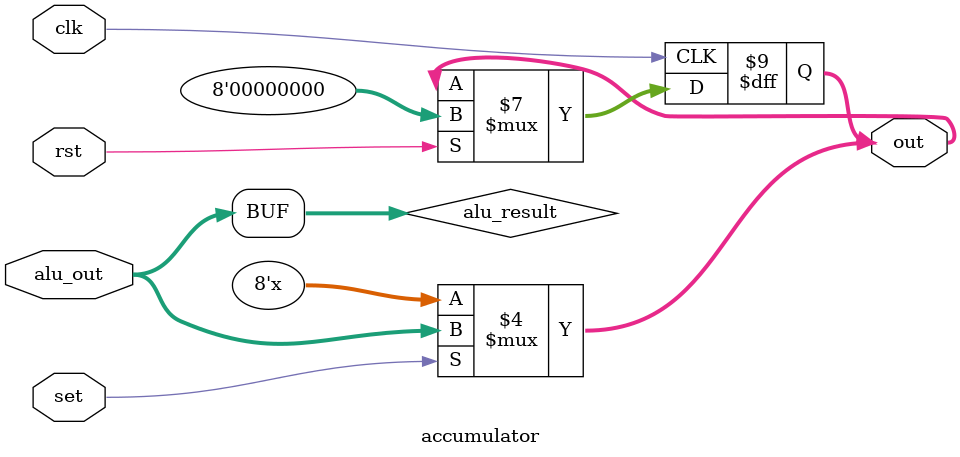
<source format=v>
module accumulator (
	input clk, rst,
	input set, 	//set determines whether accumulator contents are sent to the data bus
	input[7:0] alu_out,	//alu output is sent to accumulator for storage
	output reg[7:0] out
);
	reg[7:0] alu_result;	
//	assign alu_result = alu_out;
	
	always @ (posedge clk)
		if(rst) out = 8'd0;

	always @ (*) begin
		alu_result = alu_out;

		if(set) out <= alu_result;
		else out <= 8'hzz;
	end
endmodule

</source>
